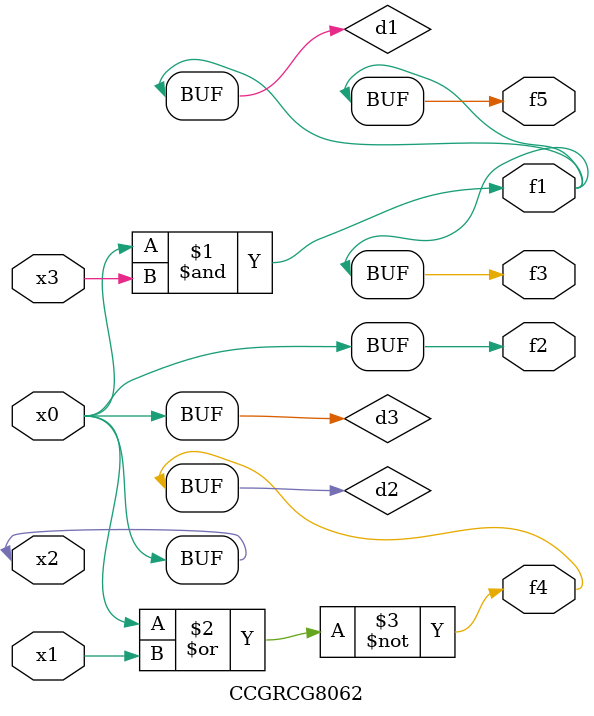
<source format=v>
module CCGRCG8062(
	input x0, x1, x2, x3,
	output f1, f2, f3, f4, f5
);

	wire d1, d2, d3;

	and (d1, x2, x3);
	nor (d2, x0, x1);
	buf (d3, x0, x2);
	assign f1 = d1;
	assign f2 = d3;
	assign f3 = d1;
	assign f4 = d2;
	assign f5 = d1;
endmodule

</source>
